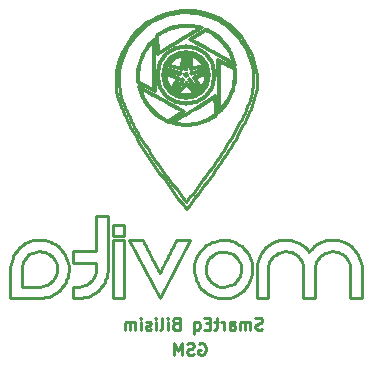
<source format=gbo>
%TF.GenerationSoftware,KiCad,Pcbnew,7.99.0-2677-g3cd60007c5*%
%TF.CreationDate,2023-11-18T11:29:50+03:00*%
%TF.ProjectId,Movita Pro V2_1,4d6f7669-7461-4205-9072-6f2056325f31,rev?*%
%TF.SameCoordinates,Original*%
%TF.FileFunction,Legend,Bot*%
%TF.FilePolarity,Positive*%
%FSLAX46Y46*%
G04 Gerber Fmt 4.6, Leading zero omitted, Abs format (unit mm)*
G04 Created by KiCad (PCBNEW 7.99.0-2677-g3cd60007c5) date 2023-11-18 11:29:50*
%MOMM*%
%LPD*%
G01*
G04 APERTURE LIST*
G04 Aperture macros list*
%AMRoundRect*
0 Rectangle with rounded corners*
0 $1 Rounding radius*
0 $2 $3 $4 $5 $6 $7 $8 $9 X,Y pos of 4 corners*
0 Add a 4 corners polygon primitive as box body*
4,1,4,$2,$3,$4,$5,$6,$7,$8,$9,$2,$3,0*
0 Add four circle primitives for the rounded corners*
1,1,$1+$1,$2,$3*
1,1,$1+$1,$4,$5*
1,1,$1+$1,$6,$7*
1,1,$1+$1,$8,$9*
0 Add four rect primitives between the rounded corners*
20,1,$1+$1,$2,$3,$4,$5,0*
20,1,$1+$1,$4,$5,$6,$7,0*
20,1,$1+$1,$6,$7,$8,$9,0*
20,1,$1+$1,$8,$9,$2,$3,0*%
G04 Aperture macros list end*
%ADD10C,0.250000*%
%ADD11RoundRect,0.040000X0.625000X0.425000X-0.625000X0.425000X-0.625000X-0.425000X0.625000X-0.425000X0*%
%ADD12RoundRect,0.040000X-0.425000X0.625000X-0.425000X-0.625000X0.425000X-0.625000X0.425000X0.625000X0*%
%ADD13RoundRect,0.040000X-0.625000X-0.425000X0.625000X-0.425000X0.625000X0.425000X-0.625000X0.425000X0*%
%ADD14RoundRect,0.040000X0.425000X-0.625000X0.425000X0.625000X-0.425000X0.625000X-0.425000X-0.625000X0*%
G04 APERTURE END LIST*
D10*
X137641458Y-111260714D02*
X137802825Y-111451661D01*
X137930443Y-111667667D01*
X137960756Y-111734001D01*
X135093713Y-112311742D02*
X135093713Y-113808459D01*
X138863034Y-113269146D02*
X138956223Y-113011055D01*
X139018876Y-112744226D01*
X139051031Y-112468637D01*
X139055730Y-112311742D01*
X147229463Y-95632351D02*
X148410393Y-96109478D01*
X148716273Y-94129023D02*
X148627426Y-95399595D01*
X146021067Y-103161987D02*
X145847898Y-102909102D01*
X145677293Y-102654551D01*
X145509348Y-102398291D01*
X145344161Y-102140279D01*
X145181829Y-101880472D01*
X145022449Y-101618827D01*
X144866119Y-101355301D01*
X144712936Y-101089851D01*
X144562998Y-100822433D01*
X144416402Y-100553006D01*
X144273245Y-100281526D01*
X144133625Y-100007950D01*
X143997638Y-99732235D01*
X143865383Y-99454337D01*
X143736957Y-99174215D01*
X143612457Y-98891826D01*
X151794970Y-97348439D02*
X151797839Y-97601365D01*
X151800781Y-97860729D01*
X151804155Y-98158211D01*
X151807533Y-98455947D01*
X151810484Y-98716076D01*
X151811449Y-98801117D01*
X148388983Y-95637373D02*
X148341772Y-95782672D01*
X148167995Y-90445187D02*
X148655106Y-90399018D01*
X149137444Y-90391641D01*
X149613233Y-90422127D01*
X150080694Y-90489549D01*
X150538051Y-90592977D01*
X150983526Y-90731483D01*
X151415342Y-90904139D01*
X151831721Y-91110017D01*
X152230886Y-91348188D01*
X152611060Y-91617724D01*
X152970465Y-91917697D01*
X153307325Y-92247177D01*
X153619861Y-92605237D01*
X153906297Y-92990948D01*
X154164854Y-93403382D01*
X154393757Y-93841611D01*
X155151624Y-111348888D02*
X155058555Y-111605302D01*
X154995870Y-111872982D01*
X154963642Y-112151917D01*
X154958927Y-112311742D01*
X151460398Y-95898542D02*
G75*
G02*
X151460398Y-95898542I-2470465J0D01*
G01*
X162354619Y-110039138D02*
X162096450Y-109946123D01*
X161829559Y-109883550D01*
X161554012Y-109851418D01*
X161397214Y-109846721D01*
X152141840Y-109868590D02*
X151887596Y-109880648D01*
X151612327Y-109923009D01*
X151348393Y-109995804D01*
X151178706Y-110061216D01*
X151438613Y-99217559D02*
X151428424Y-98934446D01*
X151417533Y-98631791D01*
X151407490Y-98352733D01*
X151397689Y-98080376D01*
X151387723Y-97803448D01*
X151386371Y-97765853D01*
X155685487Y-110567482D02*
X155505381Y-110765025D01*
X155348719Y-110979935D01*
X155215503Y-111212266D01*
X155151624Y-111348888D01*
X153203767Y-111282862D02*
X153375261Y-111488371D01*
X153500424Y-111706153D01*
X153522855Y-111756080D01*
X144958115Y-96438836D02*
X145208391Y-96571569D01*
X145475944Y-96713464D01*
X145722637Y-96844296D01*
X145963406Y-96971987D01*
X146208215Y-97101820D01*
X146241451Y-97119447D01*
X148262437Y-96157552D02*
X147305325Y-95770853D01*
X149674990Y-97461238D02*
X149011457Y-96670470D01*
X153686068Y-99621646D02*
X153511550Y-99960432D01*
X153332238Y-100296065D01*
X153148352Y-100628688D01*
X152960112Y-100958444D01*
X152767740Y-101285475D01*
X152571457Y-101609924D01*
X152371484Y-101931936D01*
X152168040Y-102251651D01*
X151961348Y-102569214D01*
X151751627Y-102884768D01*
X151539100Y-103198455D01*
X151323986Y-103510418D01*
X151106507Y-103820801D01*
X150886883Y-104129746D01*
X150665336Y-104437396D01*
X150442086Y-104743895D01*
X160015920Y-111734001D02*
X160133853Y-111510815D01*
X160297618Y-111299526D01*
X160335008Y-111260714D01*
X153886100Y-110589630D02*
X153688143Y-110412128D01*
X153471915Y-110257247D01*
X153237416Y-110124958D01*
X153099244Y-110061216D01*
X139396897Y-111816656D02*
X139396897Y-110837173D01*
X151178706Y-110061216D02*
X150936265Y-110180965D01*
X150710424Y-110323292D01*
X150501073Y-110488223D01*
X150391851Y-110589630D01*
X153203767Y-113395817D02*
X153011995Y-113557185D01*
X152792762Y-113684802D01*
X152725100Y-113715115D01*
X141377801Y-111816656D02*
X139396897Y-111816656D01*
X149443882Y-95273736D02*
X150445497Y-95024005D01*
X150669915Y-95310526D02*
X150686224Y-95360720D01*
X149529593Y-95734009D02*
G75*
G02*
X149529593Y-95734009I-65000J0D01*
G01*
X150970663Y-95898542D02*
G75*
G02*
X150970663Y-95898542I-1980730J0D01*
G01*
X149030383Y-100021444D02*
X149283790Y-100010004D01*
X149533266Y-99984104D01*
X149858717Y-99927815D01*
X150174613Y-99847590D01*
X150479490Y-99744445D01*
X150771880Y-99619391D01*
X151050320Y-99473442D01*
X151313341Y-99307612D01*
X151438613Y-99217559D01*
X143128711Y-95268715D02*
X143246551Y-94801155D01*
X143397956Y-94348516D01*
X143581366Y-93912346D01*
X143795220Y-93494192D01*
X144037957Y-93095602D01*
X144308017Y-92718126D01*
X144603838Y-92363311D01*
X144923860Y-92032705D01*
X145266523Y-91727857D01*
X145630265Y-91450315D01*
X146013527Y-91201627D01*
X146414746Y-90983341D01*
X146832364Y-90797006D01*
X147264818Y-90644170D01*
X147710548Y-90526381D01*
X148167995Y-90445187D01*
X162882683Y-114788012D02*
X162882683Y-112311742D01*
X143848551Y-98689394D02*
X143720558Y-98377540D01*
X143606411Y-98064147D01*
X143507389Y-97748915D01*
X143424774Y-97431543D01*
X143359846Y-97111729D01*
X143313886Y-96789173D01*
X143288175Y-96463573D01*
X143283993Y-96134630D01*
X143302622Y-95802042D01*
X143345343Y-95465508D01*
X143387840Y-95238812D01*
X155938479Y-114788012D02*
X154958927Y-114788012D01*
X148325979Y-95669475D02*
X148309670Y-95719668D01*
X146749131Y-114777042D02*
X144174137Y-109824643D01*
X146256367Y-92806805D02*
X146066750Y-92987733D01*
X145887353Y-93181082D01*
X145718901Y-93386749D01*
X145562119Y-93604630D01*
X145417733Y-93834623D01*
X145372485Y-93913962D01*
X148212870Y-109824643D02*
X148091188Y-110059159D01*
X147968738Y-110294480D01*
X147860804Y-110501456D01*
X151723592Y-99011100D02*
X151705175Y-97387462D01*
X138863034Y-111348888D02*
X138743012Y-111106854D01*
X138599423Y-110882272D01*
X138432276Y-110675087D01*
X138329241Y-110567482D01*
X141377801Y-112311742D02*
X141377801Y-111816656D01*
X136579531Y-114788012D02*
X134114440Y-114788012D01*
X150702017Y-95247523D02*
X150749228Y-95392822D01*
X147301481Y-95336595D02*
X148325979Y-95669475D01*
X141377801Y-112311742D02*
X141355695Y-112575189D01*
X141289377Y-112825793D01*
X141262309Y-112895002D01*
X162447963Y-111260714D02*
X162609420Y-111451661D01*
X162737028Y-111667667D01*
X162767260Y-111734001D01*
X147644056Y-99909256D02*
X149040959Y-99081487D01*
X153115593Y-95021032D02*
X153053712Y-94766355D01*
X152975965Y-94514318D01*
X152882079Y-94265601D01*
X152771779Y-94020883D01*
X152644792Y-93780845D01*
X152598708Y-93701990D01*
X140464274Y-113693037D02*
X140217389Y-113771929D01*
X139957627Y-113806654D01*
X139881084Y-113808459D01*
X142786903Y-114788012D02*
X142786903Y-109846721D01*
X143755487Y-109846721D02*
X143755487Y-114788012D01*
X149052616Y-95246299D02*
X148899839Y-95246299D01*
X145372485Y-93913962D02*
X145250954Y-94148989D01*
X145145193Y-94388145D01*
X145055132Y-94630580D01*
X144980701Y-94875442D01*
X144921832Y-95121881D01*
X144878454Y-95369044D01*
X144844597Y-95698253D01*
X144837993Y-96025221D01*
X144858478Y-96347931D01*
X144878828Y-96507060D01*
X150025615Y-97345615D02*
X149392441Y-96474124D01*
X149446199Y-96373263D02*
X150138153Y-97325655D01*
X148574053Y-95753117D02*
G75*
G02*
X148574053Y-95753117I-65000J0D01*
G01*
X149119652Y-99139741D02*
X148902046Y-99268688D01*
X148678901Y-99400918D01*
X148422962Y-99552581D01*
X148166803Y-99704374D01*
X147942999Y-99836995D01*
X147869835Y-99880351D01*
X142786903Y-114788012D02*
X142786903Y-109846721D01*
X149358702Y-96298689D02*
G75*
G02*
X149358702Y-96298689I-65000J0D01*
G01*
X150687839Y-95729914D02*
G75*
G02*
X150277744Y-96992024I-1786839J-117086D01*
G01*
X140943011Y-113373669D02*
X140751182Y-113535162D01*
X140531936Y-113662784D01*
X140464274Y-113693037D01*
X153886100Y-114083600D02*
X154063593Y-113883075D01*
X154218420Y-113665118D01*
X154350561Y-113429673D01*
X154414164Y-113291294D01*
X147073948Y-112025771D02*
X146948731Y-112263684D01*
X146828312Y-112496556D01*
X146749131Y-112652909D01*
X139055730Y-112311742D02*
X139043699Y-112057689D01*
X139001382Y-111782504D01*
X138928555Y-111518578D01*
X138863034Y-111348888D01*
X151723592Y-99011100D02*
X151913208Y-98830171D01*
X152092605Y-98636822D01*
X152261057Y-98431155D01*
X152417839Y-98213274D01*
X152562225Y-97983281D01*
X152607474Y-97903943D01*
X163862235Y-112311742D02*
X163862235Y-114788012D01*
X161397214Y-109846721D02*
X161132487Y-109859612D01*
X160877791Y-109898298D01*
X160633124Y-109962796D01*
X160398487Y-110053123D01*
X160268912Y-110116343D01*
X149263593Y-94129023D02*
G75*
G02*
X150588286Y-95091462I-273693J-1769577D01*
G01*
X163862235Y-114788012D02*
X162882683Y-114788012D01*
X136579531Y-110826274D02*
X136842920Y-110848351D01*
X137093513Y-110914630D01*
X137162721Y-110941696D01*
X143387840Y-95238812D02*
X143500068Y-94793517D01*
X143644264Y-94362432D01*
X143818941Y-93947031D01*
X144022611Y-93548789D01*
X144253789Y-93169180D01*
X144510989Y-92809679D01*
X144792723Y-92471760D01*
X145097507Y-92156897D01*
X145423852Y-91866566D01*
X145770273Y-91602240D01*
X146135284Y-91365394D01*
X146517398Y-91157503D01*
X146915129Y-90980042D01*
X147326990Y-90834483D01*
X147751496Y-90722303D01*
X148187159Y-90644976D01*
X146274784Y-94430443D02*
X146335490Y-97279593D01*
X135209415Y-111734001D02*
X135327348Y-111510815D01*
X135491113Y-111299526D01*
X135528503Y-111260714D01*
X151644469Y-94538312D02*
X153101131Y-95310846D01*
X150687839Y-95729914D02*
X149730731Y-96116611D01*
X149371874Y-94243976D02*
X149443882Y-95273736D01*
X149554593Y-95734009D02*
G75*
G02*
X149554593Y-95734009I-90000J0D01*
G01*
X142357284Y-107865607D02*
X142357284Y-112311742D01*
X136001720Y-110941696D02*
X136245120Y-110862774D01*
X136503143Y-110828075D01*
X136579531Y-110826274D01*
X146184988Y-94469467D02*
X146182119Y-94216540D01*
X146179177Y-93957176D01*
X146175802Y-93659694D01*
X146172425Y-93361957D01*
X146169474Y-93101828D01*
X146168510Y-93016788D01*
X148212870Y-109824643D02*
X149313574Y-109824643D01*
X148863744Y-92621254D02*
X149081350Y-92492306D01*
X149304495Y-92360076D01*
X149560434Y-92208412D01*
X149816593Y-92056619D01*
X150040396Y-91923999D01*
X150113561Y-91880644D01*
X150442086Y-104743895D02*
X150265908Y-104982595D01*
X150088141Y-105220427D01*
X149908931Y-105457859D01*
X149728425Y-105695360D01*
X149546770Y-105933399D01*
X149364111Y-106172442D01*
X149180596Y-106412960D01*
X148996372Y-106655420D01*
X145466046Y-93951305D02*
X145349249Y-94176482D01*
X145246941Y-94405484D01*
X145132963Y-94715478D01*
X145044491Y-95029164D01*
X144981380Y-95344768D01*
X144943484Y-95660513D01*
X144930660Y-95974622D01*
X144942761Y-96285321D01*
X144958115Y-96438836D01*
X159416031Y-110848072D02*
X159234519Y-110629051D01*
X159030987Y-110434129D01*
X158805393Y-110263245D01*
X158589871Y-110133396D01*
X158557700Y-110116343D01*
X139881084Y-114788012D02*
X140130807Y-114775981D01*
X140403455Y-114733664D01*
X140667372Y-114660836D01*
X140838488Y-114595315D01*
X156373200Y-111260714D02*
X156565144Y-111099485D01*
X156784285Y-110971927D01*
X156851937Y-110941696D01*
X152141840Y-114810090D02*
X152422168Y-114794863D01*
X152693876Y-114749158D01*
X152956898Y-114672938D01*
X153099244Y-114617394D01*
X151558301Y-110963774D02*
X151805442Y-110884652D01*
X152065292Y-110849877D01*
X152141840Y-110848072D01*
X153638557Y-112333890D02*
X153616433Y-112597190D01*
X153549992Y-112847792D01*
X153522855Y-112917080D01*
X150763706Y-95591410D02*
G75*
G02*
X150257711Y-97148666I-1767606J-286490D01*
G01*
X153099244Y-110061216D02*
X152841076Y-109968161D01*
X152574185Y-109905504D01*
X152298638Y-109873301D01*
X152141840Y-109868590D01*
X146597025Y-93995141D02*
X146853385Y-93839757D01*
X147096736Y-93692259D01*
X147368091Y-93527788D01*
X147653249Y-93354950D01*
X147938009Y-93182353D01*
X148208170Y-93018605D01*
X148449532Y-92872312D01*
X148702004Y-92719286D01*
X148863744Y-92621254D01*
X146333561Y-97685687D02*
X146113085Y-97561708D01*
X145886998Y-97434574D01*
X145627684Y-97288756D01*
X145368148Y-97142812D01*
X145141394Y-97015303D01*
X145067265Y-96973619D01*
X148899839Y-95246299D02*
X148899839Y-94069078D01*
X145525349Y-98049229D02*
X145661959Y-98262966D01*
X145809127Y-98466068D01*
X146020601Y-98719772D01*
X146248025Y-98953234D01*
X146489790Y-99165692D01*
X146744285Y-99356383D01*
X147009900Y-99524544D01*
X147285023Y-99669413D01*
X147425648Y-99732875D01*
X146241451Y-97119447D02*
X146235065Y-96819740D01*
X146229003Y-96535243D01*
X146222243Y-96218007D01*
X146215140Y-95884634D01*
X146208047Y-95551726D01*
X146201317Y-95235885D01*
X146195305Y-94953713D01*
X146189016Y-94658553D01*
X146184988Y-94469467D01*
X154414164Y-111370966D02*
X154294634Y-111128964D01*
X154152408Y-110904386D01*
X153987504Y-110697212D01*
X153886100Y-110589630D01*
X150686224Y-95360720D02*
X149661726Y-95693600D01*
X152725100Y-113715115D02*
X152478004Y-113794064D01*
X152218315Y-113828802D01*
X152141840Y-113830607D01*
X155938479Y-112311742D02*
X155938479Y-114788012D01*
X147976426Y-97361726D02*
X147933729Y-97330705D01*
X148891341Y-107105689D02*
X148711164Y-106859805D01*
X148530501Y-106614260D01*
X148349479Y-106368964D01*
X148168225Y-106123828D01*
X147986864Y-105878761D01*
X147805524Y-105633673D01*
X147624331Y-105388477D01*
X147443411Y-105143081D01*
X147262890Y-104897396D01*
X147082896Y-104651333D01*
X146903555Y-104404802D01*
X146724993Y-104157712D01*
X146547337Y-103909976D01*
X146370712Y-103661503D01*
X146195247Y-103412203D01*
X146021067Y-103161987D01*
X148996372Y-106655420D02*
X148876059Y-106512120D01*
X147425648Y-99732875D02*
X147665736Y-99582495D01*
X147922397Y-99421735D01*
X148159047Y-99273510D01*
X148390016Y-99128843D01*
X148624859Y-98981749D01*
X148656742Y-98961780D01*
X152141840Y-110848072D02*
X152405081Y-110870195D01*
X152655800Y-110936636D01*
X152725100Y-110963774D01*
X146256367Y-92806805D02*
X146274784Y-94430443D01*
X149582413Y-95611304D02*
X150702017Y-95247523D01*
X149392441Y-96474124D02*
X149435138Y-96443103D01*
X153115593Y-95021032D02*
X151700273Y-94225163D01*
X152598708Y-93701990D02*
X152455933Y-93479227D01*
X152301698Y-93268057D01*
X152136774Y-93068844D01*
X151961932Y-92881955D01*
X151777945Y-92707753D01*
X151585584Y-92546605D01*
X151317410Y-92352679D01*
X151037549Y-92183476D01*
X150747831Y-92039862D01*
X150599848Y-91977922D01*
X148899839Y-94069078D02*
X149052616Y-94069078D01*
X138076248Y-112311742D02*
X138054141Y-112575189D01*
X137987824Y-112825793D01*
X137960756Y-112895002D01*
X151386371Y-97765853D02*
X151130010Y-97921236D01*
X150886659Y-98068734D01*
X150615305Y-98233206D01*
X150330147Y-98406044D01*
X150045387Y-98578641D01*
X149775225Y-98742389D01*
X149533863Y-98888682D01*
X149281391Y-99041708D01*
X149119652Y-99139741D01*
X153941850Y-99870691D02*
X153758606Y-100226417D01*
X153570328Y-100578832D01*
X153377248Y-100928086D01*
X153179597Y-101274329D01*
X152977606Y-101617712D01*
X152771509Y-101958384D01*
X152561536Y-102296495D01*
X152347921Y-102632197D01*
X152130894Y-102965638D01*
X151910687Y-103296969D01*
X151687534Y-103626340D01*
X151461664Y-103953901D01*
X151233311Y-104279803D01*
X151002706Y-104604195D01*
X150770081Y-104927228D01*
X150535669Y-105249052D01*
X148599053Y-95753117D02*
G75*
G02*
X148599053Y-95753117I-90000J0D01*
G01*
X163669539Y-111348888D02*
X163549978Y-111106854D01*
X163407760Y-110882272D01*
X163242875Y-110675087D01*
X163141475Y-110567482D01*
X150113561Y-91880644D02*
X149867655Y-91823479D01*
X149616949Y-91780608D01*
X149361840Y-91752538D01*
X149102724Y-91739775D01*
X148953013Y-91739550D01*
X149435138Y-96443103D02*
X150068313Y-97314593D01*
X150645123Y-112333890D02*
X150667222Y-112071714D01*
X150733499Y-111824122D01*
X150760545Y-111756080D01*
X141377801Y-107865607D02*
X142357284Y-107865607D01*
X149582775Y-96068537D02*
X150763706Y-95591410D01*
X148768026Y-96310947D02*
G75*
G02*
X148768026Y-96310947I-65000J0D01*
G01*
X162767260Y-111734001D02*
X162846181Y-111977395D01*
X162880881Y-112235377D01*
X162882683Y-112311742D01*
X139881084Y-114788012D02*
X139396897Y-114788012D01*
X137162721Y-110941696D02*
X137389919Y-111059595D01*
X137589485Y-111211225D01*
X137641458Y-111260714D01*
X148627426Y-95399595D02*
X147391585Y-95091465D01*
X149661726Y-95693600D02*
X149645417Y-95643406D01*
X152607474Y-97903943D02*
X152729004Y-97668915D01*
X152834765Y-97429759D01*
X152924826Y-97187324D01*
X152999257Y-96942462D01*
X153058126Y-96696024D01*
X153101504Y-96448861D01*
X153135361Y-96119652D01*
X153141965Y-95792684D01*
X153121480Y-95469974D01*
X153101131Y-95310846D01*
X157435197Y-110826274D02*
X157697521Y-110848351D01*
X157944986Y-110914630D01*
X158012937Y-110941696D01*
X148793026Y-96310947D02*
G75*
G02*
X148793026Y-96310947I-90000J0D01*
G01*
X149052616Y-94069078D02*
X149052616Y-95246299D01*
X149017670Y-107256153D02*
X148891341Y-107105689D01*
X135093713Y-112311742D02*
X135115926Y-112049623D01*
X135182357Y-111802043D01*
X135209415Y-111734001D01*
X154116456Y-93879665D02*
X154257768Y-94198073D01*
X154380979Y-94519415D01*
X154485157Y-94843691D01*
X154569365Y-95170902D01*
X154632670Y-95501049D01*
X154674137Y-95834132D01*
X154692832Y-96170152D01*
X154687821Y-96509109D01*
X154658169Y-96851005D01*
X154602942Y-97195840D01*
X154551455Y-97427364D01*
X135616607Y-110039138D02*
X135374604Y-110158874D01*
X135150026Y-110301172D01*
X134942852Y-110466080D01*
X134835270Y-110567482D01*
X151079633Y-111282862D02*
X151271611Y-111121598D01*
X151490730Y-110994025D01*
X151558301Y-110963774D01*
X137960756Y-111734001D02*
X138039705Y-111977395D01*
X138074443Y-112235377D01*
X138076248Y-112311742D01*
X147269379Y-95273591D02*
X148388983Y-95637373D01*
X138329241Y-114061731D02*
X138509471Y-113861164D01*
X138666149Y-113643112D01*
X138799265Y-113407567D01*
X138863034Y-113269146D01*
X147464511Y-111271893D02*
X147341399Y-111513367D01*
X147219257Y-111749510D01*
X147098071Y-111980269D01*
X147073948Y-112025771D01*
X148341772Y-95782672D02*
X147222168Y-95418891D01*
X155938479Y-112311742D02*
X155960602Y-112049623D01*
X156027043Y-111802043D01*
X156054181Y-111734001D01*
X154850507Y-97566695D02*
X154769274Y-97867666D01*
X154676538Y-98164128D01*
X154573428Y-98456482D01*
X154461076Y-98745130D01*
X154340611Y-99030473D01*
X154213165Y-99312914D01*
X154079867Y-99592852D01*
X153941850Y-99870691D01*
X146749131Y-112652909D02*
X146629835Y-112422543D01*
X146511197Y-112193863D01*
X146382897Y-111946882D01*
X146369537Y-111921179D01*
X137960756Y-112895002D02*
X137842716Y-113122172D01*
X137691027Y-113321699D01*
X137641458Y-113373669D01*
X163141475Y-110567482D02*
X162943487Y-110389993D01*
X162727267Y-110235140D01*
X162492786Y-110102875D01*
X162354619Y-110039138D01*
X145945925Y-111101345D02*
X145830900Y-110877012D01*
X145709238Y-110639055D01*
X145593955Y-110413018D01*
X145560602Y-110347536D01*
X148410393Y-96109478D02*
X147735449Y-97189615D01*
X137162721Y-113693037D02*
X136915836Y-113771929D01*
X136656074Y-113806654D01*
X136579531Y-113808459D01*
X150014554Y-97415455D02*
X149322600Y-96463063D01*
X146142465Y-102756214D02*
X145977542Y-102515371D01*
X145815061Y-102272941D01*
X145655114Y-102028884D01*
X145497793Y-101783158D01*
X145343191Y-101535723D01*
X145191401Y-101286537D01*
X145042515Y-101035560D01*
X144896627Y-100782750D01*
X144753829Y-100528067D01*
X144614213Y-100271469D01*
X144477873Y-100012917D01*
X144344901Y-99752368D01*
X144215390Y-99489783D01*
X144089433Y-99225119D01*
X143967122Y-98958336D01*
X143848551Y-98689394D01*
X146505354Y-94156655D02*
X146446057Y-92508882D01*
X146344663Y-97588410D02*
X148842453Y-98960413D01*
X156472273Y-110039138D02*
X156229827Y-110158874D01*
X156003939Y-110301172D01*
X155794616Y-110466080D01*
X155685487Y-110567482D01*
X150339340Y-91851738D02*
X150087843Y-91777989D01*
X149830699Y-91719302D01*
X149568361Y-91676251D01*
X149301279Y-91649415D01*
X149029906Y-91639370D01*
X148938574Y-91639853D01*
X154551455Y-97427364D02*
X154474090Y-97714003D01*
X154385770Y-97996347D01*
X154287570Y-98274780D01*
X154180568Y-98549683D01*
X154065840Y-98821439D01*
X153944463Y-99090429D01*
X153817513Y-99357038D01*
X153686068Y-99621646D01*
X151705175Y-97387462D02*
X151644469Y-94538312D01*
X153021843Y-95379069D02*
X152771566Y-95246336D01*
X152504014Y-95104441D01*
X152257321Y-94973609D01*
X152016552Y-94845918D01*
X151771743Y-94716085D01*
X151738508Y-94698459D01*
X143755487Y-108588254D02*
X143755487Y-109521624D01*
X141262309Y-112895002D02*
X141144270Y-113122172D01*
X140992580Y-113321699D01*
X140943011Y-113373669D01*
X148309670Y-95719668D02*
X147285172Y-95386789D01*
X149011457Y-96670470D02*
X148347921Y-97461241D01*
X160335008Y-111260714D02*
X160526985Y-111099485D01*
X160746104Y-110971927D01*
X160813675Y-110941696D01*
X135528503Y-111260714D02*
X135734011Y-111089255D01*
X135951793Y-110964110D01*
X136001720Y-110941696D01*
X151711375Y-94127886D02*
X151931850Y-94251864D01*
X152157937Y-94378998D01*
X152417251Y-94524817D01*
X152676787Y-94670760D01*
X152903541Y-94798270D01*
X152977671Y-94839955D01*
X150257720Y-97148675D02*
X149582775Y-96068537D01*
X151478043Y-97604339D02*
X151537340Y-99252112D01*
X149730731Y-96116611D02*
X150277755Y-96992033D01*
X151079633Y-113395817D02*
X150918369Y-113204017D01*
X150790796Y-112984745D01*
X150760545Y-112917080D01*
X163862235Y-112311742D02*
X163850204Y-112057689D01*
X163807887Y-111782504D01*
X163735060Y-111518578D01*
X163669539Y-111348888D01*
X150889933Y-95898542D02*
G75*
G02*
X150889933Y-95898542I-1900000J0D01*
G01*
X149388194Y-92851794D02*
X149650940Y-92996116D01*
X149900352Y-93133115D01*
X150178466Y-93285879D01*
X150470727Y-93446414D01*
X150762580Y-93606726D01*
X151039471Y-93758818D01*
X151286846Y-93894697D01*
X151545607Y-94036831D01*
X151711375Y-94127886D01*
X149139933Y-95898542D02*
G75*
G02*
X149139933Y-95898542I-150000J0D01*
G01*
X136579531Y-109846721D02*
X136325398Y-109858747D01*
X136050119Y-109901026D01*
X135786194Y-109973746D01*
X135616607Y-110039138D01*
X153522855Y-111756080D02*
X153601977Y-111999479D01*
X153636752Y-112257502D01*
X153638557Y-112333890D01*
X154606861Y-112333890D02*
X154594830Y-112079757D01*
X154552513Y-111804478D01*
X154479685Y-111540553D01*
X154414164Y-111370966D01*
X136579531Y-114788012D02*
X136829254Y-114775981D01*
X137101902Y-114733664D01*
X137365819Y-114660836D01*
X137536935Y-114595315D01*
X137536935Y-114595315D02*
X137782166Y-114475298D01*
X138009900Y-114331741D01*
X138220080Y-114164683D01*
X138329241Y-114061731D01*
X148938574Y-91639853D02*
X148674269Y-91652117D01*
X148414272Y-91680104D01*
X148159287Y-91723326D01*
X147910015Y-91781298D01*
X147667158Y-91853535D01*
X147431419Y-91939551D01*
X147129387Y-92074834D01*
X146842923Y-92232598D01*
X146573690Y-92411694D01*
X146446057Y-92508882D01*
X145560602Y-110347536D02*
X145439495Y-110111421D01*
X145318310Y-109883811D01*
X145285461Y-109824643D01*
X149674990Y-97461237D02*
G75*
G02*
X148347935Y-97461207I-663490J1662937D01*
G01*
X148535984Y-95273736D02*
X148607992Y-94243972D01*
X148192754Y-97490591D02*
X149011457Y-96514900D01*
X139396897Y-110837173D02*
X141377801Y-110837173D01*
X146544784Y-92543435D02*
X146554971Y-92826547D01*
X146565863Y-93129202D01*
X146575905Y-93408260D01*
X146585706Y-93680618D01*
X146595672Y-93957545D01*
X146597025Y-93995141D01*
X147987488Y-97431566D02*
X147863889Y-97341766D01*
X151178706Y-114617394D02*
X151435115Y-114710583D01*
X151702821Y-114773236D01*
X151981880Y-114805391D01*
X152141840Y-114810090D01*
X147534373Y-95024006D02*
G75*
G02*
X148607990Y-94243964I1514327J-955394D01*
G01*
X159900497Y-114788012D02*
X158920945Y-114788012D01*
X149313574Y-109824643D02*
X146749131Y-114777042D01*
X158805243Y-111734001D02*
X158884394Y-111977395D01*
X158919142Y-112235377D01*
X158920945Y-112311742D01*
X137536935Y-110039138D02*
X137278814Y-109946123D01*
X137011992Y-109883550D01*
X136736422Y-109851418D01*
X136579531Y-109846721D01*
X148656742Y-98961780D02*
X148393995Y-98817456D01*
X148144583Y-98680457D01*
X147866469Y-98527693D01*
X147574208Y-98367158D01*
X147282355Y-98206847D01*
X147005464Y-98054754D01*
X146758089Y-97918875D01*
X146499328Y-97776741D01*
X146333561Y-97685687D01*
X149830159Y-97490591D02*
G75*
G02*
X148192754Y-97490591I-818703J1592417D01*
G01*
X159900497Y-112311742D02*
X159922597Y-112049623D01*
X159988874Y-111802043D01*
X160015920Y-111734001D01*
X148566904Y-96459214D02*
X148609601Y-96490236D01*
X156054181Y-111734001D02*
X156172109Y-111510815D01*
X156335828Y-111299526D01*
X156373200Y-111260714D01*
X147933729Y-97330705D02*
X148566904Y-96459214D01*
X156851937Y-110941696D02*
X157099032Y-110862774D01*
X157358721Y-110828075D01*
X157435197Y-110826274D01*
X148679441Y-96479174D02*
X147987488Y-97431566D01*
X149371874Y-94243976D02*
G75*
G02*
X150445473Y-95024020I-440874J-1735624D01*
G01*
X143612457Y-98891826D02*
X143478065Y-98564379D01*
X143358210Y-98235317D01*
X143254237Y-97904324D01*
X143167491Y-97571083D01*
X143099317Y-97235278D01*
X143051059Y-96896594D01*
X143024062Y-96554715D01*
X143019672Y-96209324D01*
X143039232Y-95860107D01*
X143084089Y-95506746D01*
X143128711Y-95268715D01*
X150138153Y-97325655D02*
X150014554Y-97415455D01*
X139396897Y-113808459D02*
X139881084Y-113808459D01*
X149040959Y-99081487D02*
X151478043Y-97604339D01*
X146168510Y-93016788D02*
X145996051Y-93201166D01*
X145833571Y-93396849D01*
X145681707Y-93603744D01*
X145541097Y-93821763D01*
X145466046Y-93951305D01*
X149044823Y-100121142D02*
X149309127Y-100108876D01*
X149569124Y-100080890D01*
X149824109Y-100037668D01*
X150073381Y-99979696D01*
X150316238Y-99907459D01*
X150551976Y-99821443D01*
X150854008Y-99686160D01*
X151140473Y-99528395D01*
X151409705Y-99349299D01*
X151537340Y-99252112D01*
X142786903Y-109521624D02*
X142786903Y-108588254D01*
X143755487Y-114788012D02*
X142786903Y-114788012D01*
X144174137Y-109824643D02*
X145285461Y-109824643D01*
X150760545Y-112917080D02*
X150681652Y-112670080D01*
X150646927Y-112410422D01*
X150645123Y-112333890D01*
X142786903Y-108588254D02*
X143755487Y-108588254D01*
X142786903Y-109846721D02*
X143755487Y-109846721D01*
X137641458Y-113373669D02*
X137449748Y-113535162D01*
X137230466Y-113662784D01*
X137162721Y-113693037D01*
X135093713Y-113808459D02*
X136579531Y-113808459D01*
X149857987Y-111370966D02*
X149765016Y-111627260D01*
X149702463Y-111894982D01*
X149670337Y-112174020D01*
X149665640Y-112333890D01*
X147222168Y-95418891D02*
X147269379Y-95273591D01*
X134114440Y-114788012D02*
X134114440Y-112311742D01*
X149645417Y-95643406D02*
X150669915Y-95310526D01*
X153099244Y-114617394D02*
X153343893Y-114497371D01*
X153570272Y-114353782D01*
X153778379Y-114186635D01*
X153886100Y-114083600D01*
X143755487Y-109521624D02*
X142786903Y-109521624D01*
X158486224Y-111260714D02*
X158657794Y-111466257D01*
X158782835Y-111684058D01*
X158805243Y-111734001D01*
X149352440Y-95399595D02*
X149263593Y-94129023D01*
X160268912Y-110116343D02*
X160053237Y-110243572D01*
X159826737Y-110411455D01*
X159621517Y-110603369D01*
X159437537Y-110819374D01*
X159416031Y-110848072D01*
X152977671Y-94839955D02*
X152904223Y-94598411D01*
X152815997Y-94359858D01*
X152712752Y-94124892D01*
X152594247Y-93894111D01*
X152519587Y-93764344D01*
X158557700Y-110116343D02*
X158327275Y-110011247D01*
X158088374Y-109931992D01*
X157841005Y-109878558D01*
X157585178Y-109850930D01*
X157435197Y-109846721D01*
X151811449Y-98801117D02*
X151983907Y-98616738D01*
X152146387Y-98421056D01*
X152298251Y-98214160D01*
X152438861Y-97996141D01*
X152513913Y-97866600D01*
X147644056Y-99909256D02*
X147895553Y-99983004D01*
X148152697Y-100041692D01*
X148415035Y-100084742D01*
X148682117Y-100111578D01*
X148953490Y-100121624D01*
X149044823Y-100121142D01*
X149002616Y-94119078D02*
X149002616Y-95196299D01*
X151700273Y-94225163D02*
X149202484Y-92853161D01*
X141377801Y-110837173D02*
X141377801Y-107865607D01*
X144929343Y-96792541D02*
X144991223Y-97047218D01*
X145068970Y-97299255D01*
X145162856Y-97547972D01*
X145273156Y-97792690D01*
X145400143Y-98032728D01*
X145446228Y-98111584D01*
X152725100Y-110963774D02*
X152952153Y-111081708D01*
X153151785Y-111233353D01*
X153203767Y-111282862D01*
X150760545Y-111756080D02*
X150878479Y-111532928D01*
X151042243Y-111321658D01*
X151079633Y-111282862D01*
X150068313Y-97314593D02*
X150025615Y-97345615D01*
X150391851Y-110589630D02*
X150211745Y-110787142D01*
X150055083Y-111002048D01*
X149921866Y-111234368D01*
X149857987Y-111370966D01*
X152513913Y-97866600D02*
X152630709Y-97641423D01*
X152733017Y-97412420D01*
X152846995Y-97102427D01*
X152935467Y-96788740D01*
X152998578Y-96473137D01*
X153036473Y-96157392D01*
X153049298Y-95843282D01*
X153037196Y-95532584D01*
X153021843Y-95379069D01*
X139396897Y-114788012D02*
X139396897Y-113808459D01*
X147715415Y-97032970D02*
G75*
G02*
X147305368Y-95770856I1376785J1144970D01*
G01*
X152519587Y-93764344D02*
X152382976Y-93550606D01*
X152235808Y-93347504D01*
X152024334Y-93093800D01*
X151796910Y-92860338D01*
X151555145Y-92647880D01*
X151300650Y-92457189D01*
X151035035Y-92289028D01*
X150759912Y-92144159D01*
X150619288Y-92080698D01*
X151738508Y-94698459D02*
X151744893Y-94998165D01*
X151750955Y-95282662D01*
X151757714Y-95599898D01*
X151764817Y-95933270D01*
X151771911Y-96266179D01*
X151778640Y-96582020D01*
X151784652Y-96864192D01*
X151790941Y-97159352D01*
X151794970Y-97348439D01*
X143755487Y-114788012D02*
X142786903Y-114788012D01*
X148949839Y-94119078D02*
X149002616Y-94119078D01*
X149044640Y-95396260D02*
G75*
G02*
X149044640Y-95396260I-65000J0D01*
G01*
X134306857Y-111348888D02*
X134213842Y-111605302D01*
X134151269Y-111872982D01*
X134119137Y-112151917D01*
X134114440Y-112311742D01*
X145067265Y-96973619D02*
X145140712Y-97215161D01*
X145228938Y-97453714D01*
X145332183Y-97688680D01*
X145450688Y-97919462D01*
X145525349Y-98049229D01*
X158920945Y-114788012D02*
X158920945Y-112311742D01*
X158012937Y-110941696D02*
X158236300Y-111059595D01*
X158447480Y-111223341D01*
X158486224Y-111260714D01*
X151558301Y-113715115D02*
X151331453Y-113597076D01*
X151131706Y-113445386D01*
X151079633Y-113395817D01*
X161397214Y-110826274D02*
X161659448Y-110848351D01*
X161906924Y-110914630D01*
X161974955Y-110941696D01*
X145446228Y-98111584D02*
X145589002Y-98334346D01*
X145743237Y-98545516D01*
X145908161Y-98744728D01*
X146083003Y-98931618D01*
X146266990Y-99105820D01*
X146459351Y-99266967D01*
X146727525Y-99460893D01*
X147007386Y-99630096D01*
X147297104Y-99773711D01*
X147445088Y-99835652D01*
X154393757Y-93841611D02*
X154542134Y-94175939D01*
X154671507Y-94513348D01*
X154780893Y-94853838D01*
X154869312Y-95197410D01*
X154935782Y-95544064D01*
X154979323Y-95893801D01*
X154998953Y-96246622D01*
X154993691Y-96602527D01*
X154962557Y-96961518D01*
X154904569Y-97323595D01*
X154850507Y-97566695D01*
X147860804Y-110501456D02*
X147736999Y-110739940D01*
X147613217Y-110980500D01*
X147489317Y-111223122D01*
X147464511Y-111271893D01*
X150619288Y-92080698D02*
X150379199Y-92231077D01*
X150122538Y-92391837D01*
X149885888Y-92540063D01*
X149654919Y-92684730D01*
X149420076Y-92831824D01*
X149388194Y-92851794D01*
X150749228Y-95392822D02*
X149629624Y-95756603D01*
X147863889Y-97341766D02*
X148555842Y-96389374D01*
X144929343Y-96792541D02*
X146344663Y-97588410D01*
X148555842Y-96389374D02*
X148679441Y-96479174D01*
X148942437Y-92679507D02*
X146505354Y-94156655D01*
X141630794Y-114061731D02*
X141811025Y-113861164D01*
X141967703Y-113643112D01*
X142100818Y-113407567D01*
X142164587Y-113269146D01*
X148949839Y-95196299D02*
X148949839Y-94119078D01*
X149167599Y-95898542D02*
G75*
G02*
X149167599Y-95898542I-177666J0D01*
G01*
X151364270Y-95898542D02*
G75*
G02*
X151364270Y-95898542I-2374337J0D01*
G01*
X150391851Y-114083600D02*
X150592090Y-114263831D01*
X150808755Y-114420509D01*
X151041960Y-114553625D01*
X151178706Y-114617394D01*
X154958927Y-114788012D02*
X154958927Y-112311742D01*
X150535669Y-105249052D02*
X150350682Y-105499686D01*
X150164027Y-105749410D01*
X149975856Y-105998714D01*
X149786325Y-106248090D01*
X149595587Y-106498031D01*
X149403796Y-106749027D01*
X149211105Y-107001570D01*
X149017670Y-107256153D01*
X147391585Y-95091465D02*
G75*
G02*
X148716281Y-94129078I1598315J-807135D01*
G01*
X147534373Y-95024006D02*
X148535984Y-95273736D01*
X147735449Y-97189615D02*
G75*
G02*
X147229482Y-95632354I1261551J1270715D01*
G01*
X147715415Y-97032970D02*
X148262437Y-96157552D01*
X140838488Y-114595315D02*
X141083672Y-114475298D01*
X141311337Y-114331741D01*
X141521540Y-114164683D01*
X141630794Y-114061731D01*
X142786903Y-109846721D02*
X143755487Y-109846721D01*
X134835270Y-110567482D02*
X134657768Y-110765025D01*
X134502887Y-110979935D01*
X134370598Y-111212266D01*
X134306857Y-111348888D01*
X143755487Y-109846721D02*
X143755487Y-114788012D01*
X138329241Y-110567482D02*
X138128837Y-110389993D01*
X137910849Y-110235140D01*
X137675331Y-110102875D01*
X137536935Y-110039138D01*
X142164587Y-113269146D02*
X142257777Y-113011055D01*
X142320430Y-112744226D01*
X142352585Y-112468637D01*
X142357284Y-112311742D01*
X146369537Y-111921179D02*
X146249306Y-111689528D01*
X146129943Y-111458736D01*
X146011419Y-111228765D01*
X145945925Y-111101345D01*
X147869835Y-99880351D02*
X148115741Y-99937515D01*
X148366447Y-99980385D01*
X148621556Y-100008455D01*
X148880671Y-100021218D01*
X149030383Y-100021444D01*
X148876059Y-106512120D02*
X148704462Y-106277945D01*
X148532402Y-106044093D01*
X148360001Y-105810478D01*
X148187378Y-105577014D01*
X148014653Y-105343617D01*
X147841948Y-105110201D01*
X147669383Y-104876680D01*
X147497079Y-104642970D01*
X147325154Y-104408985D01*
X147153731Y-104174639D01*
X146982930Y-103939847D01*
X146812871Y-103704524D01*
X146643674Y-103468584D01*
X146475461Y-103231943D01*
X146308351Y-102994515D01*
X146142465Y-102756214D01*
X161974955Y-110941696D02*
X162198204Y-111059595D01*
X162409226Y-111223341D01*
X162447963Y-111260714D01*
X150339340Y-91851738D02*
X148942437Y-92679507D01*
X149665640Y-112333890D02*
X149677664Y-112583613D01*
X149719934Y-112856262D01*
X149792627Y-113120178D01*
X149857987Y-113291294D01*
X149202484Y-92853161D02*
X150599848Y-91977922D01*
X153522855Y-112917080D02*
X153404921Y-113144162D01*
X153253276Y-113343832D01*
X153203767Y-113395817D01*
X149383702Y-96298689D02*
G75*
G02*
X149383702Y-96298689I-90000J0D01*
G01*
X160813675Y-110941696D02*
X161060910Y-110862774D01*
X161320658Y-110828075D01*
X161397214Y-110826274D01*
X152141840Y-113830607D02*
X151878397Y-113808501D01*
X151627603Y-113742183D01*
X151558301Y-113715115D01*
X149629624Y-95756603D02*
X149582413Y-95611304D01*
X149011457Y-96514900D02*
X149830159Y-97490591D01*
X149322600Y-96463063D02*
X149446199Y-96373263D01*
X148842453Y-98960413D02*
X147445088Y-99835652D01*
X149857987Y-113291294D02*
X149978179Y-113536478D01*
X150121816Y-113764143D01*
X150288897Y-113974346D01*
X150391851Y-114083600D01*
X148953013Y-91739550D02*
X148699605Y-91750989D01*
X148450129Y-91776889D01*
X148124679Y-91833179D01*
X147808782Y-91913403D01*
X147503906Y-92016549D01*
X147211515Y-92141603D01*
X146933076Y-92287551D01*
X146670055Y-92453381D01*
X146544784Y-92543435D01*
X150588281Y-95091465D02*
X149352440Y-95399595D01*
X149002616Y-95196299D02*
X148949839Y-95196299D01*
X159900497Y-112311742D02*
X159900497Y-114788012D01*
X148609601Y-96490236D02*
X147976426Y-97361726D01*
X157435197Y-109846721D02*
X157181064Y-109858747D01*
X156905785Y-109901026D01*
X156641860Y-109973746D01*
X156472273Y-110039138D01*
X154414164Y-113291294D02*
X154507354Y-113033173D01*
X154570007Y-112766352D01*
X154602162Y-112490781D01*
X154606861Y-112333890D01*
X148187159Y-90644976D02*
X148651074Y-90601005D01*
X149110444Y-90593979D01*
X149563576Y-90623014D01*
X150008777Y-90687225D01*
X150444355Y-90785728D01*
X150868617Y-90917639D01*
X151279870Y-91082073D01*
X151676421Y-91278148D01*
X152056578Y-91504977D01*
X152418649Y-91761678D01*
X152760940Y-92047366D01*
X153081758Y-92361156D01*
X153379412Y-92702166D01*
X153652208Y-93069510D01*
X153898453Y-93462304D01*
X154116456Y-93879665D01*
X149069640Y-95396260D02*
G75*
G02*
X149069640Y-95396260I-90000J0D01*
G01*
X147285172Y-95386789D02*
X147301481Y-95336595D01*
X146335490Y-97279593D02*
X144878828Y-96507060D01*
X155441150Y-117410600D02*
X155298293Y-117458219D01*
X155298293Y-117458219D02*
X155060198Y-117458219D01*
X155060198Y-117458219D02*
X154964960Y-117410600D01*
X154964960Y-117410600D02*
X154917341Y-117362980D01*
X154917341Y-117362980D02*
X154869722Y-117267742D01*
X154869722Y-117267742D02*
X154869722Y-117172504D01*
X154869722Y-117172504D02*
X154917341Y-117077266D01*
X154917341Y-117077266D02*
X154964960Y-117029647D01*
X154964960Y-117029647D02*
X155060198Y-116982028D01*
X155060198Y-116982028D02*
X155250674Y-116934409D01*
X155250674Y-116934409D02*
X155345912Y-116886790D01*
X155345912Y-116886790D02*
X155393531Y-116839171D01*
X155393531Y-116839171D02*
X155441150Y-116743933D01*
X155441150Y-116743933D02*
X155441150Y-116648695D01*
X155441150Y-116648695D02*
X155393531Y-116553457D01*
X155393531Y-116553457D02*
X155345912Y-116505838D01*
X155345912Y-116505838D02*
X155250674Y-116458219D01*
X155250674Y-116458219D02*
X155012579Y-116458219D01*
X155012579Y-116458219D02*
X154869722Y-116505838D01*
X154441150Y-117458219D02*
X154441150Y-116791552D01*
X154441150Y-116886790D02*
X154393531Y-116839171D01*
X154393531Y-116839171D02*
X154298293Y-116791552D01*
X154298293Y-116791552D02*
X154155436Y-116791552D01*
X154155436Y-116791552D02*
X154060198Y-116839171D01*
X154060198Y-116839171D02*
X154012579Y-116934409D01*
X154012579Y-116934409D02*
X154012579Y-117458219D01*
X154012579Y-116934409D02*
X153964960Y-116839171D01*
X153964960Y-116839171D02*
X153869722Y-116791552D01*
X153869722Y-116791552D02*
X153726865Y-116791552D01*
X153726865Y-116791552D02*
X153631626Y-116839171D01*
X153631626Y-116839171D02*
X153584007Y-116934409D01*
X153584007Y-116934409D02*
X153584007Y-117458219D01*
X152679246Y-117458219D02*
X152679246Y-116934409D01*
X152679246Y-116934409D02*
X152726865Y-116839171D01*
X152726865Y-116839171D02*
X152822103Y-116791552D01*
X152822103Y-116791552D02*
X153012579Y-116791552D01*
X153012579Y-116791552D02*
X153107817Y-116839171D01*
X152679246Y-117410600D02*
X152774484Y-117458219D01*
X152774484Y-117458219D02*
X153012579Y-117458219D01*
X153012579Y-117458219D02*
X153107817Y-117410600D01*
X153107817Y-117410600D02*
X153155436Y-117315361D01*
X153155436Y-117315361D02*
X153155436Y-117220123D01*
X153155436Y-117220123D02*
X153107817Y-117124885D01*
X153107817Y-117124885D02*
X153012579Y-117077266D01*
X153012579Y-117077266D02*
X152774484Y-117077266D01*
X152774484Y-117077266D02*
X152679246Y-117029647D01*
X152203055Y-117458219D02*
X152203055Y-116791552D01*
X152203055Y-116982028D02*
X152155436Y-116886790D01*
X152155436Y-116886790D02*
X152107817Y-116839171D01*
X152107817Y-116839171D02*
X152012579Y-116791552D01*
X152012579Y-116791552D02*
X151917341Y-116791552D01*
X151726864Y-116791552D02*
X151345912Y-116791552D01*
X151584007Y-116458219D02*
X151584007Y-117315361D01*
X151584007Y-117315361D02*
X151536388Y-117410600D01*
X151536388Y-117410600D02*
X151441150Y-117458219D01*
X151441150Y-117458219D02*
X151345912Y-117458219D01*
X151012578Y-116934409D02*
X150679245Y-116934409D01*
X150536388Y-117458219D02*
X151012578Y-117458219D01*
X151012578Y-117458219D02*
X151012578Y-116458219D01*
X151012578Y-116458219D02*
X150536388Y-116458219D01*
X149679245Y-116791552D02*
X149679245Y-117791552D01*
X149679245Y-117410600D02*
X149774483Y-117458219D01*
X149774483Y-117458219D02*
X149964959Y-117458219D01*
X149964959Y-117458219D02*
X150060197Y-117410600D01*
X150060197Y-117410600D02*
X150107816Y-117362980D01*
X150107816Y-117362980D02*
X150155435Y-117267742D01*
X150155435Y-117267742D02*
X150155435Y-116982028D01*
X150155435Y-116982028D02*
X150107816Y-116886790D01*
X150107816Y-116886790D02*
X150060197Y-116839171D01*
X150060197Y-116839171D02*
X149964959Y-116791552D01*
X149964959Y-116791552D02*
X149774483Y-116791552D01*
X149774483Y-116791552D02*
X149679245Y-116839171D01*
X148107816Y-116934409D02*
X147964959Y-116982028D01*
X147964959Y-116982028D02*
X147917340Y-117029647D01*
X147917340Y-117029647D02*
X147869721Y-117124885D01*
X147869721Y-117124885D02*
X147869721Y-117267742D01*
X147869721Y-117267742D02*
X147917340Y-117362980D01*
X147917340Y-117362980D02*
X147964959Y-117410600D01*
X147964959Y-117410600D02*
X148060197Y-117458219D01*
X148060197Y-117458219D02*
X148441149Y-117458219D01*
X148441149Y-117458219D02*
X148441149Y-116458219D01*
X148441149Y-116458219D02*
X148107816Y-116458219D01*
X148107816Y-116458219D02*
X148012578Y-116505838D01*
X148012578Y-116505838D02*
X147964959Y-116553457D01*
X147964959Y-116553457D02*
X147917340Y-116648695D01*
X147917340Y-116648695D02*
X147917340Y-116743933D01*
X147917340Y-116743933D02*
X147964959Y-116839171D01*
X147964959Y-116839171D02*
X148012578Y-116886790D01*
X148012578Y-116886790D02*
X148107816Y-116934409D01*
X148107816Y-116934409D02*
X148441149Y-116934409D01*
X147441149Y-117458219D02*
X147441149Y-116791552D01*
X147441149Y-116458219D02*
X147488768Y-116505838D01*
X147488768Y-116505838D02*
X147441149Y-116553457D01*
X147441149Y-116553457D02*
X147393530Y-116505838D01*
X147393530Y-116505838D02*
X147441149Y-116458219D01*
X147441149Y-116458219D02*
X147441149Y-116553457D01*
X146822102Y-117458219D02*
X146917340Y-117410600D01*
X146917340Y-117410600D02*
X146964959Y-117315361D01*
X146964959Y-117315361D02*
X146964959Y-116458219D01*
X146441149Y-117458219D02*
X146441149Y-116791552D01*
X146441149Y-116458219D02*
X146488768Y-116505838D01*
X146488768Y-116505838D02*
X146441149Y-116553457D01*
X146441149Y-116553457D02*
X146393530Y-116505838D01*
X146393530Y-116505838D02*
X146441149Y-116458219D01*
X146441149Y-116458219D02*
X146441149Y-116553457D01*
X146012578Y-117410600D02*
X145917340Y-117458219D01*
X145917340Y-117458219D02*
X145726864Y-117458219D01*
X145726864Y-117458219D02*
X145631626Y-117410600D01*
X145631626Y-117410600D02*
X145584007Y-117315361D01*
X145584007Y-117315361D02*
X145584007Y-117267742D01*
X145584007Y-117267742D02*
X145631626Y-117172504D01*
X145631626Y-117172504D02*
X145726864Y-117124885D01*
X145726864Y-117124885D02*
X145869721Y-117124885D01*
X145869721Y-117124885D02*
X145964959Y-117077266D01*
X145964959Y-117077266D02*
X146012578Y-116982028D01*
X146012578Y-116982028D02*
X146012578Y-116934409D01*
X146012578Y-116934409D02*
X145964959Y-116839171D01*
X145964959Y-116839171D02*
X145869721Y-116791552D01*
X145869721Y-116791552D02*
X145726864Y-116791552D01*
X145726864Y-116791552D02*
X145631626Y-116839171D01*
X145155435Y-117458219D02*
X145155435Y-116791552D01*
X145155435Y-116458219D02*
X145203054Y-116505838D01*
X145203054Y-116505838D02*
X145155435Y-116553457D01*
X145155435Y-116553457D02*
X145107816Y-116505838D01*
X145107816Y-116505838D02*
X145155435Y-116458219D01*
X145155435Y-116458219D02*
X145155435Y-116553457D01*
X144679245Y-117458219D02*
X144679245Y-116791552D01*
X144679245Y-116886790D02*
X144631626Y-116839171D01*
X144631626Y-116839171D02*
X144536388Y-116791552D01*
X144536388Y-116791552D02*
X144393531Y-116791552D01*
X144393531Y-116791552D02*
X144298293Y-116839171D01*
X144298293Y-116839171D02*
X144250674Y-116934409D01*
X144250674Y-116934409D02*
X144250674Y-117458219D01*
X144250674Y-116934409D02*
X144203055Y-116839171D01*
X144203055Y-116839171D02*
X144107817Y-116791552D01*
X144107817Y-116791552D02*
X143964960Y-116791552D01*
X143964960Y-116791552D02*
X143869721Y-116839171D01*
X143869721Y-116839171D02*
X143822102Y-116934409D01*
X143822102Y-116934409D02*
X143822102Y-117458219D01*
X150089722Y-118635838D02*
X150184960Y-118588219D01*
X150184960Y-118588219D02*
X150327817Y-118588219D01*
X150327817Y-118588219D02*
X150470674Y-118635838D01*
X150470674Y-118635838D02*
X150565912Y-118731076D01*
X150565912Y-118731076D02*
X150613531Y-118826314D01*
X150613531Y-118826314D02*
X150661150Y-119016790D01*
X150661150Y-119016790D02*
X150661150Y-119159647D01*
X150661150Y-119159647D02*
X150613531Y-119350123D01*
X150613531Y-119350123D02*
X150565912Y-119445361D01*
X150565912Y-119445361D02*
X150470674Y-119540600D01*
X150470674Y-119540600D02*
X150327817Y-119588219D01*
X150327817Y-119588219D02*
X150232579Y-119588219D01*
X150232579Y-119588219D02*
X150089722Y-119540600D01*
X150089722Y-119540600D02*
X150042103Y-119492980D01*
X150042103Y-119492980D02*
X150042103Y-119159647D01*
X150042103Y-119159647D02*
X150232579Y-119159647D01*
X149661150Y-119540600D02*
X149518293Y-119588219D01*
X149518293Y-119588219D02*
X149280198Y-119588219D01*
X149280198Y-119588219D02*
X149184960Y-119540600D01*
X149184960Y-119540600D02*
X149137341Y-119492980D01*
X149137341Y-119492980D02*
X149089722Y-119397742D01*
X149089722Y-119397742D02*
X149089722Y-119302504D01*
X149089722Y-119302504D02*
X149137341Y-119207266D01*
X149137341Y-119207266D02*
X149184960Y-119159647D01*
X149184960Y-119159647D02*
X149280198Y-119112028D01*
X149280198Y-119112028D02*
X149470674Y-119064409D01*
X149470674Y-119064409D02*
X149565912Y-119016790D01*
X149565912Y-119016790D02*
X149613531Y-118969171D01*
X149613531Y-118969171D02*
X149661150Y-118873933D01*
X149661150Y-118873933D02*
X149661150Y-118778695D01*
X149661150Y-118778695D02*
X149613531Y-118683457D01*
X149613531Y-118683457D02*
X149565912Y-118635838D01*
X149565912Y-118635838D02*
X149470674Y-118588219D01*
X149470674Y-118588219D02*
X149232579Y-118588219D01*
X149232579Y-118588219D02*
X149089722Y-118635838D01*
X148661150Y-119588219D02*
X148661150Y-118588219D01*
X148661150Y-118588219D02*
X148327817Y-119302504D01*
X148327817Y-119302504D02*
X147994484Y-118588219D01*
X147994484Y-118588219D02*
X147994484Y-119588219D01*
%LPC*%
D11*
%TO.C,J4*%
X167881100Y-105183600D03*
X167881100Y-102643600D03*
X167881100Y-100103600D03*
X167881100Y-97563600D03*
X167881100Y-95023600D03*
X167881100Y-92483600D03*
%TD*%
D12*
%TO.C,J1*%
X147446100Y-87128600D03*
X144906100Y-87128600D03*
X142366100Y-87128600D03*
X139826100Y-87128600D03*
X137286100Y-87128600D03*
%TD*%
D13*
%TO.C,J2*%
X129121100Y-104453600D03*
X129121100Y-106993600D03*
X129121100Y-109533600D03*
X129121100Y-112073600D03*
X129121100Y-114613600D03*
%TD*%
D14*
%TO.C,J3*%
X148436100Y-122878600D03*
X150976100Y-122878600D03*
X153516100Y-122878600D03*
X156056100Y-122878600D03*
X158596100Y-122878600D03*
%TD*%
%LPD*%
M02*

</source>
